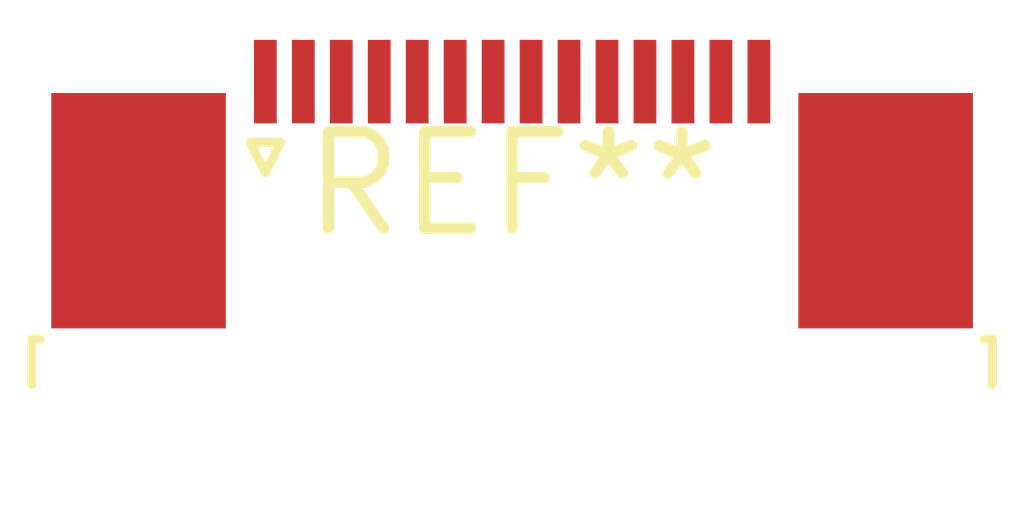
<source format=kicad_pcb>
(kicad_pcb (version 20240108) (generator pcbnew)
  (layers (0 "F.Cu" signal) (31 "B.Cu" signal) (34 "B.Paste" user) (35 "F.Paste" user) (36 "B.SilkS" user "B.Silkscreen") (37 "F.SilkS" user "F.Silkscreen") (38 "B.Mask" user) (39 "F.Mask" user) (44 "Edge.Cuts" user))
  (net 0 "")
  (footprint "TE_1-1734839-4_1x14-1MP_P0.5mm_Horizontal" (layer "F.Cu") (at 0 0)
    (property "Reference" "REF**")
    (property "Value" "PCB Edge")
    (fp_line (start -6.325 2.04) (end -6.325 2.64) (layer "F.SilkS") (stroke (width 0.12)))
    (fp_line (start -6.215 2.04) (end -6.325 2.04) (layer "F.SilkS") (stroke (width 0.12)))
    (fp_line (start -3.45 -0.55) (end -3.25 -0.15) (layer "F.SilkS") (stroke (width 0.12)))
    (fp_line (start -3.25 -0.15) (end -3.05 -0.55) (layer "F.SilkS") (stroke (width 0.12)))
    (fp_line (start -3.05 -0.55) (end -3.45 -0.55) (layer "F.SilkS") (stroke (width 0.12)))
    (fp_line (start 6.215 2.04) (end 6.325 2.04) (layer "F.SilkS") (stroke (width 0.12)))
    (fp_line (start 6.325 2.04) (end 6.325 2.64) (layer "F.SilkS") (stroke (width 0.12)))
    (pad "1" smd rect (at -3.25 -1.35) (size 0.3 1.1) (layers "F.Cu" "F.Paste" "F.Mask"))
    (pad "2" smd rect (at -2.75 -1.35) (size 0.3 1.1) (layers "F.Cu" "F.Paste" "F.Mask"))
    (pad "3" smd rect (at -2.25 -1.35) (size 0.3 1.1) (layers "F.Cu" "F.Paste" "F.Mask"))
    (pad "4" smd rect (at -1.75 -1.35) (size 0.3 1.1) (layers "F.Cu" "F.Paste" "F.Mask"))
    (pad "5" smd rect (at -1.25 -1.35) (size 0.3 1.1) (layers "F.Cu" "F.Paste" "F.Mask"))
    (pad "6" smd rect (at -0.75 -1.35) (size 0.3 1.1) (layers "F.Cu" "F.Paste" "F.Mask"))
    (pad "7" smd rect (at -0.25 -1.35) (size 0.3 1.1) (layers "F.Cu" "F.Paste" "F.Mask"))
    (pad "8" smd rect (at 0.25 -1.35) (size 0.3 1.1) (layers "F.Cu" "F.Paste" "F.Mask"))
    (pad "9" smd rect (at 0.75 -1.35) (size 0.3 1.1) (layers "F.Cu" "F.Paste" "F.Mask"))
    (pad "10" smd rect (at 1.25 -1.35) (size 0.3 1.1) (layers "F.Cu" "F.Paste" "F.Mask"))
    (pad "11" smd rect (at 1.75 -1.35) (size 0.3 1.1) (layers "F.Cu" "F.Paste" "F.Mask"))
    (pad "12" smd rect (at 2.25 -1.35) (size 0.3 1.1) (layers "F.Cu" "F.Paste" "F.Mask"))
    (pad "13" smd rect (at 2.75 -1.35) (size 0.3 1.1) (layers "F.Cu" "F.Paste" "F.Mask"))
    (pad "14" smd rect (at 3.25 -1.35) (size 0.3 1.1) (layers "F.Cu" "F.Paste" "F.Mask"))
    (pad "MP" smd rect (at -4.92 0.35) (size 2.3 3.1) (layers "F.Cu" "F.Paste" "F.Mask"))
    (pad "MP" smd rect (at 4.92 0.35) (size 2.3 3.1) (layers "F.Cu" "F.Paste" "F.Mask"))
  )
)
</source>
